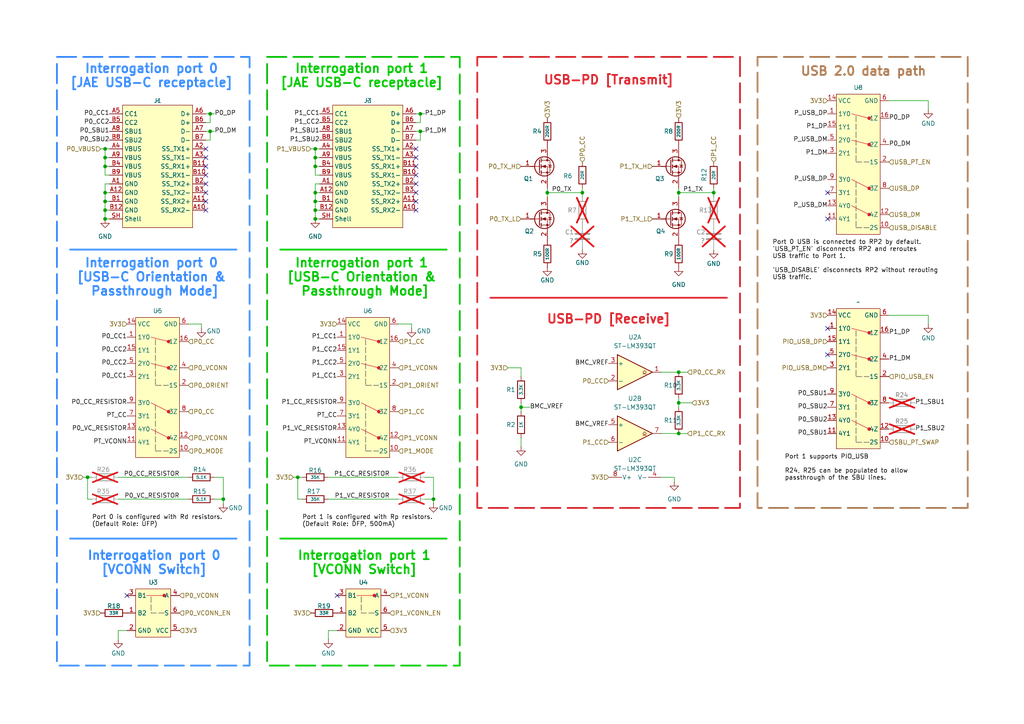
<source format=kicad_sch>
(kicad_sch (version 20231120) (generator "eeschema") (generator_version "8.0")
  (paper "A4")
  (lib_symbols
    (symbol "Device:C" (pin_numbers hide) (pin_names (offset 0.254))
      (property "Reference" "C" (at 0.635 2.54 0))
      (property "Value" "C" (at 0.635 -2.54 0))
      (symbol "C_0_1"
        (polyline (pts (xy -2.032 -0.762) (xy 2.032 -0.762)) (stroke (width 0.508)))
        (polyline (pts (xy -2.032 0.762) (xy 2.032 0.762)) (stroke (width 0.508)))
      )
      (symbol "C_1_1"
        (pin passive line (at 0 3.81 270) (length 2.794) (name "~") (number "1"))
        (pin passive line (at 0 -3.81 90) (length 2.794) (name "~") (number "2"))
      )
    )
    (symbol "Device:R" (pin_numbers hide) (pin_names (offset 0))
      (property "Reference" "R" (at 2.032 0 90))
      (property "Value" "R" (at 0 0 90))
      (symbol "R_0_1"
        (rectangle (start -1.016 -2.54) (end 1.016 2.54) (stroke (width 0.254)))
      )
      (symbol "R_1_1"
        (pin passive line (at 0 3.81 270) (length 1.27) (name "~") (number "1"))
        (pin passive line (at 0 -3.81 90) (length 1.27) (name "~") (number "2"))
      )
    )
    (symbol "picoPD_interrogator:NXP_NX3DV3899GU"
      (property "Reference" "U" (at 0 23.876 0))
      (symbol "NXP_NX3DV3899GU_1_1"
        (rectangle (start -6.35 22.225) (end 6.35 -18.415) (fill (type background)))
        (polyline (pts (xy -0.635 -16.51) (xy 3.175 -16.51)) (stroke (width 0) (type dash) (color 72 72 72 1)))
        (polyline (pts (xy -0.635 -3.175) (xy -0.635 -16.51)) (stroke (width 0) (type dash) (color 72 72 72 1)))
        (polyline (pts (xy -0.635 2.54) (xy 3.175 2.54)) (stroke (width 0) (type dash) (color 72 72 72 1)))
        (polyline (pts (xy -0.635 15.875) (xy -0.635 2.54)) (stroke (width 0) (type dash) (color 72 72 72 1)))
        (polyline (pts (xy 3.175 -12.7) (xy -1.905 -10.16)) (stroke (width 0) (color 216 33 41 1)))
        (polyline (pts (xy 3.175 -5.08) (xy -1.905 -2.54)) (stroke (width 0) (color 216 33 41 1)))
        (polyline (pts (xy 3.175 7.62) (xy -1.905 8.89)) (stroke (width 0) (color 216 33 41 1)))
        (polyline (pts (xy 3.175 15.24) (xy -1.905 16.51)) (stroke (width 0) (color 216 33 41 1)))
        (circle (center 3.175 -12.7) (radius 0.0001) (stroke (width 0.508) (color 216 33 41 1)))
        (circle (center 3.175 -5.08) (radius 0.0001) (stroke (width 0.508) (color 216 33 41 1)))
        (circle (center 3.175 7.62) (radius 0.0001) (stroke (width 0.508) (color 216 33 41 1)))
        (circle (center 3.175 15.24) (radius 0.0001) (stroke (width 0.508) (color 216 33 41 1)))
        (pin passive line (at -8.89 16.51 0) (length 2.54) (name "1Y0") (number "1"))
        (pin passive line (at 8.89 -16.51 180) (length 2.54) (name "2S") (number "10"))
        (pin passive line (at -8.89 -13.97 0) (length 2.54) (name "4Y1") (number "11"))
        (pin passive line (at 8.89 -12.7 180) (length 2.54) (name "4Z") (number "12"))
        (pin passive line (at -8.89 -10.16 0) (length 2.54) (name "4Y0") (number "13"))
        (pin passive line (at -8.89 20.32 0) (length 2.54) (name "VCC") (number "14"))
        (pin passive line (at -8.89 12.7 0) (length 2.54) (name "1Y1") (number "15"))
        (pin passive line (at 8.89 15.24 180) (length 2.54) (name "1Z") (number "16"))
        (pin passive line (at 8.89 2.54 180) (length 2.54) (name "1S") (number "2"))
        (pin passive line (at -8.89 5.08 0) (length 2.54) (name "2Y1") (number "3"))
        (pin passive line (at 8.89 7.62 180) (length 2.54) (name "2Z") (number "4"))
        (pin passive line (at -8.89 8.89 0) (length 2.54) (name "2Y0") (number "5"))
        (pin passive line (at 8.89 20.32 180) (length 2.54) (name "GND") (number "6"))
        (pin passive line (at -8.89 -6.35 0) (length 2.54) (name "3Y1") (number "7"))
        (pin passive line (at 8.89 -5.08 180) (length 2.54) (name "3Z") (number "8"))
        (pin passive line (at -8.89 -2.54 0) (length 2.54) (name "3Y0") (number "9"))
      )
    )
    (symbol "picoPD_interrogator:ST-LM393QT" (pin_names (offset 0.127))
      (property "Reference" "U" (at 3.81 3.81 0))
      (property "Value" "ST-LM393QT" (at 6.35 -3.81 0))
      (symbol "ST-LM393QT_1_1"
        (polyline (pts (xy -5.08 5.08) (xy 5.08 0) (xy -5.08 -5.08) (xy -5.08 5.08)) (stroke (width 0.254)) (fill (type background)))
        (polyline (pts (xy 3.302 -0.508) (xy 2.794 -0.508) (xy 3.302 0) (xy 2.794 0.508) (xy 2.286 0) (xy 2.794 -0.508) (xy 2.286 -0.508)) (stroke (width 0.127)))
        (pin open_collector line (at 7.62 0 180) (length 2.54) (name "~") (number "1"))
        (pin input line (at -7.62 -2.54 0) (length 2.54) (name "-") (number "2"))
        (pin input line (at -7.62 2.54 0) (length 2.54) (name "+") (number "3"))
      )
      (symbol "ST-LM393QT_2_1"
        (polyline (pts (xy -5.08 5.08) (xy 5.08 0) (xy -5.08 -5.08) (xy -5.08 5.08)) (stroke (width 0.254)) (fill (type background)))
        (polyline (pts (xy 3.302 -0.508) (xy 2.794 -0.508) (xy 3.302 0) (xy 2.794 0.508) (xy 2.286 0) (xy 2.794 -0.508) (xy 2.286 -0.508)) (stroke (width 0.127)))
        (pin input line (at -7.62 2.54 0) (length 2.54) (name "+") (number "5"))
        (pin input line (at -7.62 -2.54 0) (length 2.54) (name "-") (number "6"))
        (pin open_collector line (at 7.62 0 180) (length 2.54) (name "~") (number "7"))
      )
      (symbol "ST-LM393QT_3_1"
        (pin power_in line (at -2.54 -7.62 90) (length 3.81) (name "V-") (number "4"))
        (pin power_in line (at -2.54 7.62 270) (length 3.81) (name "V+") (number "8"))
      )
    )
    (symbol "picoPD_interrogator:TI_sn741vc1g3157-q1"
      (property "Reference" "U" (at 0 8.382 0))
      (symbol "TI_sn741vc1g3157-q1_1_1"
        (rectangle (start -5.08 6.985) (end 5.08 -6.985) (fill (type background)))
        (polyline (pts (xy 3.175 5.08) (xy -1.905 5.08)) (stroke (width 0) (color 216 33 41 1)))
        (polyline (pts (xy 3.175 0) (xy -0.635 0) (xy -0.635 5.08)) (stroke (width 0) (type dash) (color 72 72 72 1)))
        (circle (center 3.175 5.08) (radius 0.0001) (stroke (width 0.508) (color 216 33 41 1)))
        (pin input line (at -7.62 0 0) (length 2.54) (name "B2") (number "1"))
        (pin input line (at -7.62 -5.08 0) (length 2.54) (name "GND") (number "2"))
        (pin input line (at -7.62 5.08 0) (length 2.54) (name "B1") (number "3"))
        (pin input line (at 7.62 5.08 180) (length 2.54) (name "A") (number "4"))
        (pin input line (at 7.62 -5.08 180) (length 2.54) (name "VCC") (number "5"))
        (pin input line (at 7.62 0 180) (length 2.54) (name "S") (number "6"))
      )
    )
    (symbol "picoPD_interrogator:USB-C_24pSH"
      (property "Reference" "J" (at -0.254 17.78 0))
      (symbol "USB-C_24pSH_1_1"
        (rectangle (start -10.16 16.51) (end 10.16 -19.05) (fill (type background)))
        (pin passive line (at -13.97 -6.35 0) (length 3.81) (name "GND") (number "A1"))
        (pin passive line (at 13.97 -13.97 180) (length 3.81) (name "SS_RX2-") (number "A10"))
        (pin passive line (at 13.97 -11.43 180) (length 3.81) (name "SS_RX2+") (number "A11"))
        (pin passive line (at -13.97 -8.89 0) (length 3.81) (name "GND") (number "A12"))
        (pin passive line (at 13.97 3.81 180) (length 3.81) (name "SS_TX1+") (number "A2"))
        (pin passive line (at 13.97 1.27 180) (length 3.81) (name "SS_TX1-") (number "A3"))
        (pin passive line (at -13.97 3.81 0) (length 3.81) (name "VBUS") (number "A4"))
        (pin passive line (at -13.97 13.97 0) (length 3.81) (name "CC1") (number "A5"))
        (pin passive line (at 13.97 13.97 180) (length 3.81) (name "D+") (number "A6"))
        (pin passive line (at 13.97 8.89 180) (length 3.81) (name "D-") (number "A7"))
        (pin passive line (at -13.97 8.89 0) (length 3.81) (name "SBU1") (number "A8"))
        (pin passive line (at -13.97 1.27 0) (length 3.81) (name "VBUS") (number "A9"))
        (pin passive line (at -13.97 -11.43 0) (length 3.81) (name "GND") (number "B1"))
        (pin passive line (at 13.97 -3.81 180) (length 3.81) (name "SS_RX1-") (number "B10"))
        (pin passive line (at 13.97 -1.27 180) (length 3.81) (name "SS_RX1+") (number "B11"))
        (pin passive line (at -13.97 -13.97 0) (length 3.81) (name "GND") (number "B12"))
        (pin passive line (at 13.97 -6.35 180) (length 3.81) (name "SS_TX2+") (number "B2"))
        (pin passive line (at 13.97 -8.89 180) (length 3.81) (name "SS_TX2-") (number "B3"))
        (pin passive line (at -13.97 -1.27 0) (length 3.81) (name "VBUS") (number "B4"))
        (pin passive line (at -13.97 11.43 0) (length 3.81) (name "CC2") (number "B5"))
        (pin passive line (at 13.97 11.43 180) (length 3.81) (name "D+") (number "B6"))
        (pin passive line (at 13.97 6.35 180) (length 3.81) (name "D-") (number "B7"))
        (pin passive line (at -13.97 6.35 0) (length 3.81) (name "SBU2") (number "B8"))
        (pin passive line (at -13.97 -3.81 0) (length 3.81) (name "VBUS") (number "B9"))
        (pin input line (at -13.97 -16.51 0) (length 3.81) (name "Shell") (number "SH"))
      )
    )
    (symbol "picoPD_interrogator:rohm-RE1C002UN" (pin_names hide)
      (property "Reference" "Q" (at 5.08 1.905 0))
      (property "Value" "rohm-RE1C002UN" (at 5.08 0 0))
      (symbol "rohm-RE1C002UN_0_1"
        (polyline (pts (xy 0.254 0) (xy -2.54 0)))
        (polyline (pts (xy 0.254 1.905) (xy 0.254 -1.905)) (stroke (width 0.254)))
        (polyline (pts (xy 0.762 -1.27) (xy 0.762 -2.286)) (stroke (width 0.254)))
        (polyline (pts (xy 0.762 0.508) (xy 0.762 -0.508)) (stroke (width 0.254)))
        (polyline (pts (xy 0.762 2.286) (xy 0.762 1.27)) (stroke (width 0.254)))
        (polyline (pts (xy 2.54 2.54) (xy 2.54 1.778)))
        (polyline (pts (xy 2.54 -2.54) (xy 2.54 0) (xy 0.762 0)))
        (polyline (pts (xy 0.762 -1.778) (xy 3.302 -1.778) (xy 3.302 1.778) (xy 0.762 1.778)))
        (polyline (pts (xy 1.016 0) (xy 2.032 0.381) (xy 2.032 -0.381) (xy 1.016 0)) (fill (type outline)))
        (polyline (pts (xy 2.794 0.508) (xy 2.921 0.381) (xy 3.683 0.381) (xy 3.81 0.254)))
        (polyline (pts (xy 3.302 0.381) (xy 2.921 -0.254) (xy 3.683 -0.254) (xy 3.302 0.381)))
        (circle (center 1.651 0) (radius 2.794) (stroke (width 0.254)))
        (circle (center 2.54 -1.778) (radius 0.254) (fill (type outline)))
        (circle (center 2.54 1.778) (radius 0.254) (fill (type outline)))
      )
      (symbol "rohm-RE1C002UN_1_1"
        (pin input line (at -5.08 0 0) (length 3.81) (name "G") (number "1"))
        (pin passive line (at 2.54 -6.35 90) (length 3.81) (name "S") (number "2"))
        (pin passive line (at 2.54 6.35 270) (length 3.81) (name "D") (number "3"))
      )
    )
    (symbol "power:GND" (power) (pin_numbers hide) (pin_names (offset 0) hide)
      (property "Value" "GND" (at 0 -3.81 0))
      (symbol "GND_0_1"
        (polyline (pts (xy 0 0) (xy 0 -1.27) (xy 1.27 -1.27) (xy 0 -2.54) (xy -1.27 -1.27) (xy 0 -1.27)))
      )
      (symbol "GND_1_1"
        (pin power_in line (at 0 0 270) (length 0) (name "~") (number "1"))
      )
    )
  )
  (junction (at 207.01 55.88))
  (junction (at 91.44 55.88))
  (junction (at 30.48 60.96))
  (junction (at 64.77 144.78))
  (junction (at 91.44 43.18))
  (junction (at 30.48 45.72))
  (junction (at 91.44 60.96))
  (junction (at 60.96 38.1))
  (junction (at 196.85 116.84))
  (junction (at 86.36 138.43))
  (junction (at 30.48 58.42))
  (junction (at 91.44 45.72))
  (junction (at 196.85 55.88))
  (junction (at 125.73 144.78))
  (junction (at 158.75 55.88))
  (junction (at 30.48 48.26))
  (junction (at 121.92 38.1))
  (junction (at 168.91 55.88))
  (junction (at 30.48 43.18))
  (junction (at 196.85 125.73))
  (junction (at 30.48 55.88))
  (junction (at 91.44 58.42))
  (junction (at 151.13 118.11))
  (junction (at 91.44 48.26))
  (junction (at 121.92 33.02))
  (junction (at 196.85 107.95))
  (junction (at 91.44 63.5))
  (junction (at 25.4 138.43))
  (junction (at 60.96 33.02))
  (junction (at 30.48 63.5))
  (no_connect (at 36.83 172.72))
  (no_connect (at 120.65 48.26))
  (no_connect (at 59.69 45.72))
  (no_connect (at 120.65 43.18))
  (no_connect (at 120.65 55.88))
  (no_connect (at 97.79 172.72))
  (no_connect (at 59.69 48.26))
  (no_connect (at 120.65 60.96))
  (no_connect (at 59.69 55.88))
  (no_connect (at 59.69 50.8))
  (no_connect (at 59.69 60.96))
  (no_connect (at 120.65 53.34))
  (no_connect (at 120.65 58.42))
  (no_connect (at 240.03 102.87))
  (no_connect (at 240.03 55.88))
  (no_connect (at 59.69 43.18))
  (no_connect (at 240.03 63.5))
  (no_connect (at 240.03 95.25))
  (no_connect (at 120.65 45.72))
  (no_connect (at 59.69 58.42))
  (no_connect (at 120.65 50.8))
  (no_connect (at 59.69 53.34))
  (wire (pts (xy 168.91 54.61) (xy 168.91 55.88)))
  (wire (pts (xy 158.75 55.88) (xy 168.91 55.88)))
  (polyline (pts (xy 81.28 72.39) (xy 129.54 72.39)) (stroke (width 0.508) (color 0 194 0 1)))
  (wire (pts (xy 151.13 109.22) (xy 151.13 106.68)))
  (wire (pts (xy 269.24 29.21) (xy 269.24 31.75)))
  (wire (pts (xy 121.92 40.64) (xy 120.65 40.64)))
  (wire (pts (xy 64.77 144.78) (xy 64.77 146.05)))
  (wire (pts (xy 91.44 43.18) (xy 92.71 43.18)))
  (wire (pts (xy 269.24 91.44) (xy 269.24 93.98)))
  (wire (pts (xy 60.96 38.1) (xy 62.23 38.1)))
  (wire (pts (xy 207.01 55.88) (xy 207.01 57.15)))
  (wire (pts (xy 86.36 144.78) (xy 86.36 138.43)))
  (wire (pts (xy 120.65 38.1) (xy 121.92 38.1)))
  (wire (pts (xy 121.92 33.02) (xy 123.19 33.02)))
  (wire (pts (xy 64.77 138.43) (xy 64.77 144.78)))
  (wire (pts (xy 60.96 40.64) (xy 59.69 40.64)))
  (wire (pts (xy 151.13 118.11) (xy 153.67 118.11)))
  (wire (pts (xy 125.73 144.78) (xy 125.73 146.05)))
  (wire (pts (xy 91.44 45.72) (xy 92.71 45.72)))
  (wire (pts (xy 62.23 138.43) (xy 64.77 138.43)))
  (wire (pts (xy 191.77 125.73) (xy 196.85 125.73)))
  (wire (pts (xy 195.58 138.43) (xy 195.58 139.7)))
  (wire (pts (xy 158.75 55.88) (xy 158.75 57.15)))
  (wire (pts (xy 30.48 50.8) (xy 30.48 48.26)))
  (wire (pts (xy 30.48 43.18) (xy 31.75 43.18)))
  (wire (pts (xy 34.29 185.42) (xy 34.29 182.88)))
  (wire (pts (xy 191.77 138.43) (xy 195.58 138.43)))
  (wire (pts (xy 207.01 54.61) (xy 207.01 55.88)))
  (wire (pts (xy 121.92 38.1) (xy 121.92 40.64)))
  (wire (pts (xy 91.44 45.72) (xy 91.44 43.18)))
  (wire (pts (xy 91.44 58.42) (xy 92.71 58.42)))
  (wire (pts (xy 91.44 53.34) (xy 91.44 55.88)))
  (wire (pts (xy 60.96 35.56) (xy 60.96 33.02)))
  (wire (pts (xy 196.85 125.73) (xy 199.39 125.73)))
  (wire (pts (xy 196.85 116.84) (xy 196.85 118.11)))
  (wire (pts (xy 196.85 107.95) (xy 199.39 107.95)))
  (wire (pts (xy 25.4 144.78) (xy 25.4 138.43)))
  (wire (pts (xy 60.96 33.02) (xy 59.69 33.02)))
  (wire (pts (xy 196.85 115.57) (xy 196.85 116.84)))
  (wire (pts (xy 26.67 144.78) (xy 25.4 144.78)))
  (wire (pts (xy 191.77 107.95) (xy 196.85 107.95)))
  (wire (pts (xy 30.48 48.26) (xy 31.75 48.26)))
  (wire (pts (xy 31.75 53.34) (xy 30.48 53.34)))
  (wire (pts (xy 196.85 55.88) (xy 196.85 57.15)))
  (wire (pts (xy 125.73 138.43) (xy 125.73 144.78)))
  (wire (pts (xy 119.38 93.98) (xy 119.38 95.25)))
  (wire (pts (xy 30.48 55.88) (xy 30.48 58.42)))
  (wire (pts (xy 30.48 60.96) (xy 31.75 60.96)))
  (wire (pts (xy 158.75 54.61) (xy 158.75 55.88)))
  (wire (pts (xy 91.44 55.88) (xy 92.71 55.88)))
  (wire (pts (xy 60.96 33.02) (xy 62.23 33.02)))
  (wire (pts (xy 30.48 63.5) (xy 31.75 63.5)))
  (wire (pts (xy 121.92 35.56) (xy 121.92 33.02)))
  (wire (pts (xy 30.48 48.26) (xy 30.48 45.72)))
  (wire (pts (xy 54.61 93.98) (xy 58.42 93.98)))
  (wire (pts (xy 95.25 185.42) (xy 95.25 182.88)))
  (wire (pts (xy 151.13 127) (xy 151.13 129.54)))
  (wire (pts (xy 196.85 116.84) (xy 200.66 116.84)))
  (wire (pts (xy 60.96 38.1) (xy 60.96 40.64)))
  (wire (pts (xy 90.17 43.18) (xy 91.44 43.18)))
  (wire (pts (xy 34.29 138.43) (xy 54.61 138.43)))
  (wire (pts (xy 34.29 182.88) (xy 36.83 182.88)))
  (polyline (pts (xy 20.32 72.39) (xy 68.58 72.39)) (stroke (width 0.508) (color 52 135 255 1)))
  (wire (pts (xy 91.44 60.96) (xy 91.44 63.5)))
  (wire (pts (xy 29.21 43.18) (xy 30.48 43.18)))
  (wire (pts (xy 30.48 58.42) (xy 31.75 58.42)))
  (wire (pts (xy 87.63 144.78) (xy 86.36 144.78)))
  (wire (pts (xy 30.48 55.88) (xy 31.75 55.88)))
  (wire (pts (xy 95.25 138.43) (xy 115.57 138.43)))
  (wire (pts (xy 257.81 29.21) (xy 269.24 29.21)))
  (wire (pts (xy 91.44 60.96) (xy 92.71 60.96)))
  (wire (pts (xy 91.44 63.5) (xy 92.71 63.5)))
  (wire (pts (xy 147.32 106.68) (xy 151.13 106.68)))
  (wire (pts (xy 62.23 144.78) (xy 64.77 144.78)))
  (wire (pts (xy 30.48 60.96) (xy 30.48 63.5)))
  (wire (pts (xy 30.48 53.34) (xy 30.48 55.88)))
  (wire (pts (xy 121.92 33.02) (xy 120.65 33.02)))
  (wire (pts (xy 34.29 144.78) (xy 54.61 144.78)))
  (wire (pts (xy 30.48 45.72) (xy 31.75 45.72)))
  (wire (pts (xy 91.44 48.26) (xy 92.71 48.26)))
  (wire (pts (xy 24.13 138.43) (xy 25.4 138.43)))
  (wire (pts (xy 31.75 50.8) (xy 30.48 50.8)))
  (wire (pts (xy 91.44 58.42) (xy 91.44 60.96)))
  (wire (pts (xy 151.13 116.84) (xy 151.13 118.11)))
  (wire (pts (xy 59.69 38.1) (xy 60.96 38.1)))
  (wire (pts (xy 92.71 53.34) (xy 91.44 53.34)))
  (wire (pts (xy 85.09 138.43) (xy 86.36 138.43)))
  (wire (pts (xy 95.25 182.88) (xy 97.79 182.88)))
  (wire (pts (xy 91.44 55.88) (xy 91.44 58.42)))
  (wire (pts (xy 120.65 35.56) (xy 121.92 35.56)))
  (wire (pts (xy 95.25 144.78) (xy 115.57 144.78)))
  (polyline (pts (xy 142.24 86.36) (xy 210.82 86.36)) (stroke (width 0.508) (color 216 33 41 1)))
  (wire (pts (xy 30.48 58.42) (xy 30.48 60.96)))
  (wire (pts (xy 86.36 138.43) (xy 87.63 138.43)))
  (wire (pts (xy 168.91 55.88) (xy 168.91 57.15)))
  (wire (pts (xy 196.85 54.61) (xy 196.85 55.88)))
  (wire (pts (xy 115.57 93.98) (xy 119.38 93.98)))
  (wire (pts (xy 30.48 45.72) (xy 30.48 43.18)))
  (wire (pts (xy 25.4 138.43) (xy 26.67 138.43)))
  (wire (pts (xy 58.42 93.98) (xy 58.42 95.25)))
  (wire (pts (xy 121.92 38.1) (xy 123.19 38.1)))
  (wire (pts (xy 59.69 35.56) (xy 60.96 35.56)))
  (polyline (pts (xy 20.32 156.21) (xy 68.58 156.21)) (stroke (width 0.508) (color 52 135 255 1)))
  (wire (pts (xy 196.85 55.88) (xy 207.01 55.88)))
  (wire (pts (xy 92.71 50.8) (xy 91.44 50.8)))
  (wire (pts (xy 123.19 138.43) (xy 125.73 138.43)))
  (wire (pts (xy 257.81 91.44) (xy 269.24 91.44)))
  (wire (pts (xy 123.19 144.78) (xy 125.73 144.78)))
  (wire (pts (xy 91.44 50.8) (xy 91.44 48.26)))
  (polyline (pts (xy 81.28 156.21) (xy 129.54 156.21)) (stroke (width 0.508) (color 0 194 0 1)))
  (wire (pts (xy 151.13 118.11) (xy 151.13 119.38)))
  (wire (pts (xy 91.44 48.26) (xy 91.44 45.72)))
  (rectangle (start 77.47 16.51) (end 133.35 193.04) (stroke (width 0.508) (type dash) (color 0 194 0 1)))
  (rectangle (start 219.71 16.51) (end 280.67 147.32) (stroke (width 0.508) (type dash) (color 171 121 80 1)))
  (rectangle (start 138.43 16.51) (end 214.63 147.32) (stroke (width 0.508) (type dash) (color 216 33 41 1)))
  (rectangle (start 16.51 16.51) (end 72.39 193.04) (stroke (width 0.508) (type dash) (color 52 135 255 1)))
  (text "Port 1 is configured with Rp resistors.\n(Default Role: DFP, 500mA)" (at 87.63 151.13 0) (effects (font (size 1.27 1.27)) (justify left)))
  (text "USB 2.0 data path" (at 250.444 20.828 0) (effects (font (size 2.54 2.54) (thickness 0.508) (bold yes))))
  (text "Port 1 supports PIO_USB\n\nR24, R25 can be populated to allow\npassthrough of the SBU lines." (at 227.584 135.636 0) (effects (font (size 1.27 1.27)) (justify left)))
  (text "Port 0 is configured with Rd resistors.\n(Default Role: UFP)" (at 26.67 151.13 0) (effects (font (size 1.27 1.27)) (justify left)))
  (text "USB-PD [Receive]" (at 176.53 92.71 0) (effects (font (size 2.54 2.54) (thickness 0.508) (bold yes))))
  (text "Interrogation port 0\n[USB-C Orientation &\n Passthrough Mode]" (at 43.942 80.518 0) (effects (font (size 2.54 2.54) (thickness 0.508) (bold yes))))
  (text "Interrogation port 1\n[VCONN Switch]" (at 105.664 163.322 0) (effects (font (size 2.54 2.54) (thickness 0.508) (bold yes))))
  (text "Interrogation port 0\n[VCONN Switch]" (at 44.704 163.322 0) (effects (font (size 2.54 2.54) (thickness 0.508) (bold yes))))
  (text "USB-PD [Transmit]" (at 176.53 23.368 0) (effects (font (size 2.54 2.54) (thickness 0.508) (bold yes))))
  (text "Interrogation port 0\n[JAE USB-C receptacle]" (at 43.942 22.098 0) (effects (font (size 2.54 2.54) (thickness 0.508) (bold yes))))
  (text "Port 0 USB is connected to RP2 by default.\n'USB_PT_EN' disconnects RP2 and reroutes \nUSB traffic to Port 1. \n\n'USB_DISABLE' disconnects RP2 without rerouting \nUSB traffic." (at 224.028 75.438 0) (effects (font (size 1.27 1.27)) (justify left)))
  (text "Interrogation port 1\n[JAE USB-C receptacle]" (at 104.902 22.098 0) (effects (font (size 2.54 2.54) (thickness 0.508) (bold yes))))
  (text "Interrogation port 1\n[USB-C Orientation &\n Passthrough Mode]" (at 104.902 80.518 0) (effects (font (size 2.54 2.54) (thickness 0.508) (bold yes))))
  (label "P0_DM" (at 62.23 38.1 0))
  (label "P1_SBU1" (at 92.71 38.1 180))
  (label "P0_SBU1" (at 31.75 38.1 180))
  (label "P0_DP" (at 257.81 34.29 0))
  (label "P1_SBU1" (at 265.43 116.84 0))
  (label "P1_CC1" (at 97.79 109.22 180))
  (label "P0_CC2" (at 36.83 105.41 180))
  (label "P0_CC2" (at 36.83 101.6 180))
  (label "P0_CC2" (at 31.75 35.56 180))
  (label "P1_CC1" (at 92.71 33.02 180))
  (label "BMC_VREF" (at 153.67 118.11 0))
  (label "P0_VC_RESISTOR" (at 36.83 124.46 180))
  (label "PT_VCONN" (at 97.79 128.27 180))
  (label "BMC_VREF" (at 176.53 105.41 180))
  (label "P1_VC_RESISTOR" (at 113.03 144.78 180))
  (label "P0_CC_RESISTOR" (at 52.07 138.43 180))
  (label "P1_CC2" (at 97.79 101.6 180))
  (label "P1_CC_RESISTOR" (at 113.03 138.43 180))
  (label "PT_CC" (at 97.79 120.65 180))
  (label "BMC_VREF" (at 176.53 123.19 180))
  (label "P0_CC1" (at 36.83 97.79 180))
  (label "P1_DP" (at 123.19 33.02 0))
  (label "P_USB_DM" (at 240.03 59.69 180))
  (label "P1_CC_RESISTOR" (at 97.79 116.84 180))
  (label "P0_SBU2" (at 240.03 118.11 180))
  (label "P0_DM" (at 257.81 41.91 0))
  (label "P1_CC2" (at 92.71 35.56 180))
  (label "P1_CC1" (at 97.79 97.79 180))
  (label "PT_VCONN" (at 36.83 128.27 180))
  (label "P1_SBU2" (at 265.43 124.46 0))
  (label "P0_VC_RESISTOR" (at 52.07 144.78 180))
  (label "P0_TX" (at 160.02 55.88 0))
  (label "P0_SBU2" (at 240.03 121.92 180))
  (label "P0_DP" (at 62.23 33.02 0))
  (label "P1_DM" (at 240.03 44.45 180))
  (label "P0_SBU1" (at 240.03 114.3 180))
  (label "PT_CC" (at 36.83 120.65 180))
  (label "P_USB_DP" (at 240.03 52.07 180))
  (label "P_USB_DM" (at 240.03 40.64 180))
  (label "P0_CC1" (at 31.75 33.02 180))
  (label "P1_SBU2" (at 92.71 40.64 180))
  (label "P_USB_DP" (at 240.03 33.02 180))
  (label "P0_SBU1" (at 240.03 125.73 180))
  (label "P0_CC1" (at 36.83 109.22 180))
  (label "P1_DP" (at 257.81 96.52 0))
  (label "P1_TX" (at 198.12 55.88 0))
  (label "P1_DM" (at 123.19 38.1 0))
  (label "P1_DP" (at 240.03 36.83 180))
  (label "P1_DM" (at 257.81 104.14 0))
  (label "P0_SBU2" (at 31.75 40.64 180))
  (label "P1_CC2" (at 97.79 105.41 180))
  (label "P0_CC_RESISTOR" (at 36.83 116.84 180))
  (label "P1_VC_RESISTOR" (at 97.79 124.46 180))
  (hierarchical_label "3V3" (shape input) (at 147.32 106.68 180))
  (hierarchical_label "P0_VCONN" (shape input) (at 52.07 172.72 0))
  (hierarchical_label "P1_ORIENT" (shape input) (at 115.57 111.76 0))
  (hierarchical_label "P1_CC" (shape input) (at 207.01 46.99 90))
  (hierarchical_label "P0_CC_RX" (shape input) (at 199.39 107.95 0))
  (hierarchical_label "P1_CC_RX" (shape input) (at 199.39 125.73 0))
  (hierarchical_label "P1_MODE" (shape input) (at 115.57 130.81 0))
  (hierarchical_label "3V3" (shape input) (at 52.07 182.88 0))
  (hierarchical_label "3V3" (shape input) (at 240.03 29.21 180))
  (hierarchical_label "USB_DP" (shape input) (at 257.81 54.61 0))
  (hierarchical_label "3V3" (shape input) (at 158.75 34.29 90))
  (hierarchical_label "P0_CC" (shape input) (at 176.53 110.49 180))
  (hierarchical_label "P1_VCONN" (shape input) (at 115.57 106.68 0))
  (hierarchical_label "P1_VCONN" (shape input) (at 115.57 127 0))
  (hierarchical_label "P1_VBUS" (shape input) (at 90.17 43.18 180))
  (hierarchical_label "PIO_USB_DP" (shape input) (at 240.03 99.06 180))
  (hierarchical_label "USB_PT_EN" (shape input) (at 257.81 46.99 0))
  (hierarchical_label "P1_TX_H" (shape input) (at 189.23 48.26 180))
  (hierarchical_label "3V3" (shape input) (at 97.79 93.98 180))
  (hierarchical_label "3V3" (shape input) (at 85.09 138.43 180))
  (hierarchical_label "P1_VCONN" (shape input) (at 113.03 172.72 0))
  (hierarchical_label "P0_VCONN_EN" (shape input) (at 52.07 177.8 0))
  (hierarchical_label "3V3" (shape input) (at 196.85 34.29 90))
  (hierarchical_label "3V3" (shape input) (at 200.66 116.84 0))
  (hierarchical_label "3V3" (shape input) (at 36.83 93.98 180))
  (hierarchical_label "P0_CC" (shape input) (at 54.61 99.06 0))
  (hierarchical_label "USB_DISABLE" (shape input) (at 257.81 66.04 0))
  (hierarchical_label "P1_CC" (shape input) (at 115.57 119.38 0))
  (hierarchical_label "PIO_USB_EN" (shape input) (at 257.81 109.22 0))
  (hierarchical_label "P0_VCONN" (shape input) (at 54.61 106.68 0))
  (hierarchical_label "P0_VCONN" (shape input) (at 54.61 127 0))
  (hierarchical_label "P0_ORIENT" (shape input) (at 54.61 111.76 0))
  (hierarchical_label "3V3" (shape input) (at 113.03 182.88 0))
  (hierarchical_label "P1_CC" (shape input) (at 176.53 128.27 180))
  (hierarchical_label "SBU_PT_SWAP" (shape input) (at 257.81 128.27 0))
  (hierarchical_label "P1_TX_L" (shape input) (at 189.23 63.5 180))
  (hierarchical_label "3V3" (shape input) (at 90.17 177.8 180))
  (hierarchical_label "P1_VCONN_EN" (shape input) (at 113.03 177.8 0))
  (hierarchical_label "PIO_USB_DM" (shape input) (at 240.03 106.68 180))
  (hierarchical_label "P0_CC" (shape input) (at 168.91 46.99 90))
  (hierarchical_label "P0_TX_H" (shape input) (at 151.13 48.26 180))
  (hierarchical_label "P0_CC" (shape input) (at 54.61 119.38 0))
  (hierarchical_label "P0_VBUS" (shape input) (at 29.21 43.18 180))
  (hierarchical_label "P1_CC" (shape input) (at 115.57 99.06 0))
  (hierarchical_label "3V3" (shape input) (at 29.21 177.8 180))
  (hierarchical_label "3V3" (shape input) (at 240.03 91.44 180))
  (hierarchical_label "3V3" (shape input) (at 24.13 138.43 180))
  (hierarchical_label "3V3" (shape input) (at 176.53 138.43 180))
  (hierarchical_label "USB_DM" (shape input) (at 257.81 62.23 0))
  (hierarchical_label "P0_MODE" (shape input) (at 54.61 130.81 0))
  (hierarchical_label "P0_TX_L" (shape input) (at 151.13 63.5 180))
  (symbol (lib_id "power:GND") (at 30.48 63.5 0) (unit 1)
    (property "Reference" "#PWR010" (effects (hide yes)))
    (property "Value" "GND" (at 30.48 68.58 0))
    (property "Description" "Power symbol creates a global label with name \"GND\" , ground" (effects (hide yes)))
  )
  (symbol (lib_id "picoPD_interrogator:USB-C_24pSH") (at 45.72 46.99 0) (unit 1)
    (property "Reference" "J1" (at 45.72 29.21 0))
    (property "Value" "~" (at 45.72 29.21 0))
    (property "Footprint" "picoPD_interrogator:JAE_DX07BN24JA2R1300" (effects (hide yes)))
  )
  (symbol (lib_id "Device:R") (at 207.01 60.96 180) (unit 1) (in_bom no) (dnp yes)
    (property "Reference" "R13" (at 202.692 60.96 0) (effects (justify right)))
    (property "Value" "?" (at 207.01 60.96 90) (effects (font (size 0.889 0.889))))
    (property "Footprint" "Resistor_SMD:R_0201_0603Metric" (effects (hide yes)))
    (property "Description" "Resistor" (effects (hide yes)))
  )
  (symbol (lib_id "Device:R") (at 158.75 73.66 0) (unit 1)
    (property "Reference" "R5" (at 157.226 73.66 0) (effects (justify right)))
    (property "Value" "100R" (at 158.75 73.66 90) (effects (font (size 0.889 0.889))))
    (property "Footprint" "Resistor_SMD:R_0201_0603Metric" (effects (hide yes)))
    (property "Description" "RES SMD 100 OHM 1% 1/20W 0201" (effects (hide yes)))
    (property "Manufacturer PN" "ERJ-1GNF1000C" (effects (hide yes)))
  )
  (symbol (lib_id "power:GND") (at 151.13 129.54 0) (unit 1)
    (property "Reference" "#PWR01" (effects (hide yes)))
    (property "Value" "GND" (at 151.13 134.62 0))
    (property "Description" "Power symbol creates a global label with name \"GND\" , ground" (effects (hide yes)))
  )
  (symbol (lib_id "Device:R") (at 30.48 138.43 270) (unit 1) (in_bom no) (dnp yes)
    (property "Reference" "R26" (at 29.972 136.906 90) (effects (justify bottom)))
    (property "Value" "35K" (at 30.48 138.43 90) (effects (font (size 0.889 0.889))))
    (property "Footprint" "Resistor_SMD:R_0201_0603Metric" (effects (hide yes)))
    (property "Description" "RES SMD 5.1K OHM 1% 1/20W 0201" (effects (hide yes)))
    (property "Manufacturer PN" "ERJ-1GNF5101C" (effects (hide yes)))
  )
  (symbol (lib_id "Device:R") (at 33.02 177.8 270) (unit 1)
    (property "Reference" "R18" (at 33.02 175.768 90))
    (property "Value" "33R" (at 33.02 177.8 90) (effects (font (size 0.889 0.889))))
    (property "Footprint" "Resistor_SMD:R_0201_0603Metric" (effects (hide yes)))
    (property "Description" "RES SMD 33 OHM 1% 1/20W 0201" (effects (hide yes)))
    (property "Manufacturer PN" "ERJ-1GNF33R0C" (effects (hide yes)))
  )
  (symbol (lib_id "picoPD_interrogator:NXP_NX3DV3899GU") (at 248.92 111.76 0) (unit 1)
    (property "Reference" "U9" (effects (hide yes)))
    (property "Value" "~" (at 248.92 87.63 0))
    (property "Footprint" "picoPD_interrogator:NXP_NX3DV3899GU" (effects (hide yes)))
    (property "Datasheet" "https://www.nxp.com/docs/en/data-sheet/NX3DV3899.pdf" (effects (hide yes)))
    (property "Description" "IC SWITCH DPDT X 2 3.3OHM 16XQFN" (effects (hide yes)))
    (property "Manufacturer PN" "NX3DV3899GU,115" (effects (hide yes)))
  )
  (symbol (lib_id "power:GND") (at 34.29 185.42 0) (unit 1)
    (property "Reference" "#PWR019" (effects (hide yes)))
    (property "Value" "GND" (at 34.29 189.484 0))
    (property "Description" "Power symbol creates a global label with name \"GND\" , ground" (effects (hide yes)))
  )
  (symbol (lib_id "Device:C") (at 168.91 68.58 0) (unit 1) (in_bom no) (dnp yes)
    (property "Reference" "C1" (at 163.83 67.31 0) (effects (justify left)))
    (property "Value" "?" (at 165.1 69.85 0) (effects (justify left)))
    (property "Footprint" "Capacitor_SMD:C_0201_0603Metric" (effects (hide yes)))
    (property "Description" "Unpolarized capacitor" (effects (hide yes)))
  )
  (symbol (lib_id "picoPD_interrogator:NXP_NX3DV3899GU") (at 106.68 114.3 0) (unit 1)
    (property "Reference" "U6" (at 106.68 90.17 0))
    (property "Value" "~" (at 106.68 90.17 0))
    (property "Footprint" "picoPD_interrogator:NXP_NX3DV3899GU" (effects (hide yes)))
    (property "Datasheet" "https://www.nxp.com/docs/en/data-sheet/NX3DV3899.pdf" (effects (hide yes)))
    (property "Description" "IC SWITCH DPDT X 2 3.3OHM 16XQFN" (effects (hide yes)))
    (property "Manufacturer PN" "NX3DV3899GU,115" (effects (hide yes)))
  )
  (symbol (lib_id "power:GND") (at 168.91 72.39 0) (unit 1)
    (property "Reference" "#PWR05" (effects (hide yes)))
    (property "Value" "GND" (at 168.91 76.2 0))
    (property "Description" "Power symbol creates a global label with name \"GND\" , ground" (effects (hide yes)))
  )
  (symbol (lib_id "picoPD_interrogator:USB-C_24pSH") (at 106.68 46.99 0) (unit 1)
    (property "Reference" "J3" (at 106.68 29.21 0))
    (property "Value" "~" (at 106.68 29.21 0))
    (property "Footprint" "picoPD_interrogator:JAE_DX07BN24JA2R1300" (effects (hide yes)))
  )
  (symbol (lib_id "power:GND") (at 91.44 63.5 0) (unit 1)
    (property "Reference" "#PWR021" (effects (hide yes)))
    (property "Value" "GND" (at 91.44 68.58 0))
    (property "Description" "Power symbol creates a global label with name \"GND\" , ground" (effects (hide yes)))
  )
  (symbol (lib_id "picoPD_interrogator:ST-LM393QT") (at 184.15 125.73 0) (unit 2)
    (property "Reference" "U2" (at 184.15 115.57 0))
    (property "Value" "ST-LM393QT" (at 184.15 118.11 0))
    (property "Footprint" "picoPD_interrogator:DFN-8_2x2mm_P0.5mm_ST" (effects (hide yes)))
    (property "Datasheet" "https://www.st.com/content/ccc/resource/technical/document/datasheet/group1/b4/cc/cf/13/18/28/44/f5/CD00000465/files/CD00000465.pdf/jcr:content/translations/en.CD00000465.pdf" (effects (hide yes)))
    (property "Description" "Low-Power, Low-Offset Voltage, Dual Comparators, DIP-8/SOIC-8/TO-99-8" (effects (hide yes)))
    (property "Description 2" "IC COMPARATOR 2 GEN PUR 8UFSON" (effects (hide yes)))
    (property "Manufacturer PN" "LM393QT" (effects (hide yes)))
  )
  (symbol (lib_id "Device:R") (at 196.85 121.92 180) (unit 1)
    (property "Reference" "R11" (at 192.532 121.92 0) (effects (justify right)))
    (property "Value" "3.3K" (at 196.85 121.92 90) (effects (font (size 0.889 0.889))))
    (property "Footprint" "Resistor_SMD:R_0201_0603Metric" (effects (hide yes)))
    (property "Description" "RES SMD 3.3K OHM 1% 1/20W 0201" (effects (hide yes)))
    (property "Manufacturer PN" "ERJ-1GNF3301C" (effects (hide yes)))
  )
  (symbol (lib_id "Device:R") (at 91.44 138.43 270) (unit 1)
    (property "Reference" "R16" (at 91.44 137.16 90) (effects (justify bottom)))
    (property "Value" "35K" (at 91.44 138.43 90) (effects (font (size 0.889 0.889))))
    (property "Footprint" "Resistor_SMD:R_0201_0603Metric" (effects (hide yes)))
    (property "Description" "RES SMD 4.7K OHM 1% 1/20W 0201" (effects (hide yes)))
    (property "Manufacturer PN" "ERJ-1GNF4701C" (effects (hide yes)))
  )
  (symbol (lib_id "Device:R") (at 196.85 73.66 0) (unit 1)
    (property "Reference" "R9" (at 195.326 73.66 0) (effects (justify right)))
    (property "Value" "100R" (at 196.85 73.66 90) (effects (font (size 0.889 0.889))))
    (property "Footprint" "Resistor_SMD:R_0201_0603Metric" (effects (hide yes)))
    (property "Description" "RES SMD 100 OHM 1% 1/20W 0201" (effects (hide yes)))
    (property "Manufacturer PN" "ERJ-1GNF1000C" (effects (hide yes)))
  )
  (symbol (lib_id "picoPD_interrogator:NXP_NX3DV3899GU") (at 248.92 49.53 0) (unit 1)
    (property "Reference" "U8" (at 248.92 25.4 0))
    (property "Value" "~" (at 248.92 25.4 0))
    (property "Footprint" "picoPD_interrogator:NXP_NX3DV3899GU" (effects (hide yes)))
    (property "Datasheet" "https://www.nxp.com/docs/en/data-sheet/NX3DV3899.pdf" (effects (hide yes)))
    (property "Description" "IC SWITCH DPDT X 2 3.3OHM 16XQFN" (effects (hide yes)))
    (property "Manufacturer PN" "NX3DV3899GU,115" (effects (hide yes)))
  )
  (symbol (lib_id "Device:C") (at 207.01 68.58 0) (unit 1) (in_bom no) (dnp yes)
    (property "Reference" "C2" (at 201.93 67.31 0) (effects (justify left)))
    (property "Value" "?" (at 203.2 69.85 0) (effects (justify left)))
    (property "Footprint" "Capacitor_SMD:C_0201_0603Metric" (effects (hide yes)))
    (property "Description" "Unpolarized capacitor" (effects (hide yes)))
  )
  (symbol (lib_id "power:GND") (at 207.01 72.39 0) (unit 1)
    (property "Reference" "#PWR09" (effects (hide yes)))
    (property "Value" "GND" (at 207.01 76.454 0))
    (property "Description" "Power symbol creates a global label with name \"GND\" , ground" (effects (hide yes)))
  )
  (symbol (lib_id "power:GND") (at 64.77 146.05 0) (unit 1)
    (property "Reference" "#PWR02" (effects (hide yes)))
    (property "Value" "GND" (at 68.326 147.32 0))
    (property "Description" "Power symbol creates a global label with name \"GND\" , ground" (effects (hide yes)))
  )
  (symbol (lib_id "power:GND") (at 95.25 185.42 0) (unit 1)
    (property "Reference" "#PWR022" (effects (hide yes)))
    (property "Value" "GND" (at 95.25 189.484 0))
    (property "Description" "Power symbol creates a global label with name \"GND\" , ground" (effects (hide yes)))
  )
  (symbol (lib_id "Device:R") (at 158.75 38.1 180) (unit 1)
    (property "Reference" "R4" (at 154.432 38.1 0) (effects (justify right)))
    (property "Value" "200R" (at 158.75 38.1 90) (effects (font (size 0.889 0.889))))
    (property "Footprint" "Resistor_SMD:R_0201_0603Metric" (effects (hide yes)))
    (property "Description" "RES SMD 200 OHM 1% 1/20W 0201" (effects (hide yes)))
    (property "Manufacturer PN" "ERJ-1GNF2000C" (effects (hide yes)))
  )
  (symbol (lib_id "power:GND") (at 158.75 77.47 0) (unit 1)
    (property "Reference" "#PWR04" (effects (hide yes)))
    (property "Value" "GND" (at 158.75 81.28 0))
    (property "Description" "Power symbol creates a global label with name \"GND\" , ground" (effects (hide yes)))
  )
  (symbol (lib_id "Device:R") (at 196.85 111.76 180) (unit 1)
    (property "Reference" "R10" (at 192.532 111.76 0) (effects (justify right)))
    (property "Value" "3.3K" (at 196.85 111.76 90) (effects (font (size 0.889 0.889))))
    (property "Footprint" "Resistor_SMD:R_0201_0603Metric" (effects (hide yes)))
    (property "Description" "RES SMD 3.3K OHM 1% 1/20W 0201" (effects (hide yes)))
    (property "Manufacturer PN" "ERJ-1GNF3301C" (effects (hide yes)))
  )
  (symbol (lib_id "power:GND") (at 196.85 77.47 0) (unit 1)
    (property "Reference" "#PWR06" (effects (hide yes)))
    (property "Value" "GND" (at 196.85 82.55 0))
    (property "Description" "Power symbol creates a global label with name \"GND\" , ground" (effects (hide yes)))
  )
  (symbol (lib_id "Device:R") (at 151.13 113.03 180) (unit 1)
    (property "Reference" "R1" (at 146.812 113.03 0) (effects (justify right)))
    (property "Value" "3.3K" (at 151.13 113.03 90) (effects (font (size 0.889 0.889))))
    (property "Footprint" "Resistor_SMD:R_0201_0603Metric" (effects (hide yes)))
    (property "Description" "RES SMD 3.3K OHM 1% 1/20W 0201" (effects (hide yes)))
    (property "Manufacturer PN" "ERJ-1GNF3301C" (effects (hide yes)))
  )
  (symbol (lib_id "picoPD_interrogator:rohm-RE1C002UN") (at 194.31 48.26 0) (unit 1)
    (property "Reference" "Q3" (at 189.992 51.816 0) (effects (justify left)))
    (property "Value" "rohm-RE1C002UN" (effects (hide yes)))
    (property "Footprint" "Package_TO_SOT_SMD:SOT-416" (effects (hide yes)))
    (property "Datasheet" "https://fscdn.rohm.com/en/products/databook/datasheet/discrete/transistor/mosfet/re1c002untcl-e.pdf" (effects (hide yes)))
    (property "Description" "200ma, 20V Vds, N-Channel MOSFET, EMT3F (SOT-416FL)" (effects (hide yes)))
  )
  (symbol (lib_id "Device:R") (at 168.91 50.8 180) (unit 1)
    (property "Reference" "R6" (at 163.322 51.054 0) (effects (justify right)))
    (property "Value" "20R" (at 168.91 50.8 90) (effects (font (size 0.889 0.889))))
    (property "Footprint" "Resistor_SMD:R_0201_0603Metric" (effects (hide yes)))
    (property "Description" "RES SMD 20 OHM 1% 1/20W 0201" (effects (hide yes)))
    (property "Manufacturer PN" "ERJ-1GNF20R0C" (effects (hide yes)))
  )
  (symbol (lib_id "picoPD_interrogator:rohm-RE1C002UN") (at 156.21 48.26 0) (unit 1)
    (property "Reference" "Q1" (at 151.892 51.816 0) (effects (justify left)))
    (property "Value" "rohm-RE1C002UN" (effects (hide yes)))
    (property "Footprint" "Package_TO_SOT_SMD:SOT-416" (effects (hide yes)))
    (property "Datasheet" "https://fscdn.rohm.com/en/products/databook/datasheet/discrete/transistor/mosfet/re1c002untcl-e.pdf" (effects (hide yes)))
    (property "Description" "200ma, 20V Vds, N-Channel MOSFET, EMT3F (SOT-416FL)" (effects (hide yes)))
  )
  (symbol (lib_id "Device:R") (at 261.62 124.46 90) (unit 1) (in_bom no) (dnp yes)
    (property "Reference" "R25" (at 259.588 122.174 90) (effects (justify right)))
    (property "Value" "0R" (at 261.62 124.46 90) (effects (font (size 0.889 0.889))))
    (property "Footprint" "Resistor_SMD:R_0201_0603Metric" (effects (hide yes)))
    (property "Description" "RES SMD 20 OHM 1% 1/20W 0201" (effects (hide yes)))
    (property "Manufacturer PN" "ERJ-1GNF20R0C" (effects (hide yes)))
  )
  (symbol (lib_id "Device:R") (at 93.98 177.8 270) (unit 1)
    (property "Reference" "R19" (at 93.98 175.768 90))
    (property "Value" "33R" (at 93.98 177.8 90) (effects (font (size 0.889 0.889))))
    (property "Footprint" "Resistor_SMD:R_0201_0603Metric" (effects (hide yes)))
    (property "Description" "RES SMD 33 OHM 1% 1/20W 0201" (effects (hide yes)))
    (property "Manufacturer PN" "ERJ-1GNF33R0C" (effects (hide yes)))
  )
  (symbol (lib_id "Device:R") (at 207.01 50.8 0) (unit 1)
    (property "Reference" "R12" (at 204.216 48.768 90) (effects (justify right)))
    (property "Value" "20R" (at 207.01 50.8 90) (effects (font (size 0.889 0.889))))
    (property "Footprint" "Resistor_SMD:R_0201_0603Metric" (effects (hide yes)))
    (property "Description" "RES SMD 20 OHM 1% 1/20W 0201" (effects (hide yes)))
    (property "Manufacturer PN" "ERJ-1GNF20R0C" (effects (hide yes)))
  )
  (symbol (lib_id "Device:R") (at 91.44 144.78 270) (unit 1)
    (property "Reference" "R17" (at 90.932 143.256 90) (effects (justify bottom)))
    (property "Value" "35K" (at 91.44 144.78 90) (effects (font (size 0.889 0.889))))
    (property "Footprint" "Resistor_SMD:R_0201_0603Metric" (effects (hide yes)))
    (property "Description" "RES SMD 4.7K OHM 1% 1/20W 0201" (effects (hide yes)))
    (property "Manufacturer PN" "ERJ-1GNF4701C" (effects (hide yes)))
  )
  (symbol (lib_id "Device:R") (at 261.62 116.84 90) (unit 1) (in_bom no) (dnp yes)
    (property "Reference" "R24" (at 259.588 114.554 90) (effects (justify right)))
    (property "Value" "0R" (at 261.62 116.84 90) (effects (font (size 0.889 0.889))))
    (property "Footprint" "Resistor_SMD:R_0201_0603Metric" (effects (hide yes)))
    (property "Description" "RES SMD 20 OHM 1% 1/20W 0201" (effects (hide yes)))
    (property "Manufacturer PN" "ERJ-1GNF20R0C" (effects (hide yes)))
  )
  (symbol (lib_id "Device:R") (at 119.38 138.43 270) (unit 1) (in_bom no) (dnp yes)
    (property "Reference" "R36" (at 118.872 136.906 90) (effects (justify bottom)))
    (property "Value" "5.1K" (at 119.38 138.43 90) (effects (font (size 0.889 0.889))))
    (property "Footprint" "Resistor_SMD:R_0201_0603Metric" (effects (hide yes)))
    (property "Description" "RES SMD 5.1K OHM 1% 1/20W 0201" (effects (hide yes)))
    (property "Manufacturer PN" "ERJ-1GNF5101C" (effects (hide yes)))
  )
  (symbol (lib_id "picoPD_interrogator:ST-LM393QT") (at 184.15 135.89 90) (unit 3)
    (property "Reference" "U2" (at 184.15 133.35 90))
    (property "Value" "ST-LM393QT" (at 184.15 135.89 90))
    (property "Footprint" "picoPD_interrogator:DFN-8_2x2mm_P0.5mm_ST" (effects (hide yes)))
    (property "Datasheet" "https://www.st.com/content/ccc/resource/technical/document/datasheet/group1/b4/cc/cf/13/18/28/44/f5/CD00000465/files/CD00000465.pdf/jcr:content/translations/en.CD00000465.pdf" (effects (hide yes)))
    (property "Description" "Low-Power, Low-Offset Voltage, Dual Comparators, DIP-8/SOIC-8/TO-99-8" (effects (hide yes)))
    (property "Description 2" "IC COMPARATOR 2 GEN PUR 8UFSON" (effects (hide yes)))
    (property "Manufacturer PN" "LM393QT" (effects (hide yes)))
  )
  (symbol (lib_id "power:GND") (at 269.24 31.75 0) (unit 1)
    (property "Reference" "#PWR029" (effects (hide yes)))
    (property "Value" "GND" (at 269.24 35.814 0))
    (property "Description" "Power symbol creates a global label with name \"GND\" , ground" (effects (hide yes)))
  )
  (symbol (lib_id "power:GND") (at 58.42 95.25 0) (unit 1)
    (property "Reference" "#PWR020" (effects (hide yes)))
    (property "Value" "GND" (at 61.976 96.012 0))
    (property "Description" "Power symbol creates a global label with name \"GND\" , ground" (effects (hide yes)))
  )
  (symbol (lib_id "power:GND") (at 269.24 93.98 0) (unit 1)
    (property "Reference" "#PWR030" (effects (hide yes)))
    (property "Value" "GND" (at 269.24 98.044 0))
    (property "Description" "Power symbol creates a global label with name \"GND\" , ground" (effects (hide yes)))
  )
  (symbol (lib_id "Device:R") (at 168.91 60.96 180) (unit 1) (in_bom no) (dnp yes)
    (property "Reference" "R7" (at 164.592 60.96 0) (effects (justify right)))
    (property "Value" "?" (at 168.91 60.96 90) (effects (font (size 0.889 0.889))))
    (property "Footprint" "Resistor_SMD:R_0201_0603Metric" (effects (hide yes)))
    (property "Description" "Resistor" (effects (hide yes)))
  )
  (symbol (lib_id "picoPD_interrogator:TI_sn741vc1g3157-q1") (at 105.41 177.8 0) (unit 1)
    (property "Reference" "U4" (at 105.41 168.91 0))
    (property "Value" "~" (at 105.41 168.91 0))
    (property "Footprint" "picoPD_interrogator:TI_sn741vc1g3157-q1" (effects (hide yes)))
    (property "Description" "IC SWITCH SPDT X 1 15OHM SC70-6" (effects (hide yes)))
    (property "Manufacturer PN" "1P1G3157QDCKRQ1" (effects (hide yes)))
  )
  (symbol (lib_id "Device:R") (at 151.13 123.19 180) (unit 1)
    (property "Reference" "R2" (at 146.812 123.19 0) (effects (justify right)))
    (property "Value" "1K" (at 151.13 123.19 90) (effects (font (size 0.889 0.889))))
    (property "Footprint" "Resistor_SMD:R_0201_0603Metric" (effects (hide yes)))
    (property "Description" "RES SMD 1K OHM 1% 1/20W 0201" (effects (hide yes)))
    (property "Manufacturer PN" "ERJ-1GNF1001C" (effects (hide yes)))
  )
  (symbol (lib_id "Device:R") (at 30.48 144.78 270) (unit 1) (in_bom no) (dnp yes)
    (property "Reference" "R35" (at 29.972 143.256 90) (effects (justify bottom)))
    (property "Value" "35K" (at 30.48 144.78 90) (effects (font (size 0.889 0.889))))
    (property "Footprint" "Resistor_SMD:R_0201_0603Metric" (effects (hide yes)))
    (property "Description" "RES SMD 5.1K OHM 1% 1/20W 0201" (effects (hide yes)))
    (property "Manufacturer PN" "ERJ-1GNF5101C" (effects (hide yes)))
  )
  (symbol (lib_id "Device:R") (at 119.38 144.78 270) (unit 1) (in_bom no) (dnp yes)
    (property "Reference" "R37" (at 118.872 143.256 90) (effects (justify bottom)))
    (property "Value" "5.1K" (at 119.38 144.78 90) (effects (font (size 0.889 0.889))))
    (property "Footprint" "Resistor_SMD:R_0201_0603Metric" (effects (hide yes)))
    (property "Description" "RES SMD 5.1K OHM 1% 1/20W 0201" (effects (hide yes)))
    (property "Manufacturer PN" "ERJ-1GNF5101C" (effects (hide yes)))
  )
  (symbol (lib_id "picoPD_interrogator:ST-LM393QT") (at 184.15 107.95 0) (unit 1)
    (property "Reference" "U2" (at 184.15 97.79 0))
    (property "Value" "ST-LM393QT" (at 184.15 100.33 0))
    (property "Footprint" "picoPD_interrogator:DFN-8_2x2mm_P0.5mm_ST" (effects (hide yes)))
    (property "Datasheet" "https://www.st.com/content/ccc/resource/technical/document/datasheet/group1/b4/cc/cf/13/18/28/44/f5/CD00000465/files/CD00000465.pdf/jcr:content/translations/en.CD00000465.pdf" (effects (hide yes)))
    (property "Description" "Low-Power, Low-Offset Voltage, Dual Comparators, DIP-8/SOIC-8/TO-99-8" (effects (hide yes)))
    (property "Description 2" "IC COMPARATOR 2 GEN PUR 8UFSON" (effects (hide yes)))
    (property "Manufacturer PN" "LM393QT" (effects (hide yes)))
  )
  (symbol (lib_id "picoPD_interrogator:TI_sn741vc1g3157-q1") (at 44.45 177.8 0) (unit 1)
    (property "Reference" "U3" (at 44.45 168.91 0))
    (property "Value" "~" (at 44.45 168.91 0))
    (property "Footprint" "picoPD_interrogator:TI_sn741vc1g3157-q1" (effects (hide yes)))
    (property "Description" "IC SWITCH SPDT X 1 15OHM SC70-6" (effects (hide yes)))
    (property "Manufacturer PN" "1P1G3157QDCKRQ1" (effects (hide yes)))
  )
  (symbol (lib_id "Device:R") (at 58.42 144.78 270) (unit 1)
    (property "Reference" "R15" (at 57.912 143.256 90) (effects (justify bottom)))
    (property "Value" "5.1K" (at 58.42 144.78 90) (effects (font (size 0.889 0.889))))
    (property "Footprint" "Resistor_SMD:R_0201_0603Metric" (effects (hide yes)))
    (property "Description" "RES SMD 5.1K OHM 1% 1/20W 0201" (effects (hide yes)))
    (property "Manufacturer PN" "ERJ-1GNF5101C" (effects (hide yes)))
  )
  (symbol (lib_id "picoPD_interrogator:rohm-RE1C002UN") (at 156.21 63.5 0) (unit 1)
    (property "Reference" "Q2" (at 152.146 67.056 0) (effects (justify left)))
    (property "Value" "rohm-RE1C002UN" (effects (hide yes)))
    (property "Footprint" "Package_TO_SOT_SMD:SOT-416" (effects (hide yes)))
    (property "Datasheet" "https://fscdn.rohm.com/en/products/databook/datasheet/discrete/transistor/mosfet/re1c002untcl-e.pdf" (effects (hide yes)))
    (property "Description" "200ma, 20V Vds, N-Channel MOSFET, EMT3F (SOT-416FL)" (effects (hide yes)))
  )
  (symbol (lib_id "power:GND") (at 125.73 146.05 0) (unit 1)
    (property "Reference" "#PWR011" (effects (hide yes)))
    (property "Value" "GND" (at 129.286 147.32 0))
    (property "Description" "Power symbol creates a global label with name \"GND\" , ground" (effects (hide yes)))
  )
  (symbol (lib_id "power:GND") (at 119.38 95.25 0) (unit 1)
    (property "Reference" "#PWR023" (effects (hide yes)))
    (property "Value" "GND" (at 122.936 96.012 0))
    (property "Description" "Power symbol creates a global label with name \"GND\" , ground" (effects (hide yes)))
  )
  (symbol (lib_id "power:GND") (at 195.58 139.7 0) (unit 1)
    (property "Reference" "#PWR07" (effects (hide yes)))
    (property "Value" "GND" (at 195.58 144.78 0))
    (property "Description" "Power symbol creates a global label with name \"GND\" , ground" (effects (hide yes)))
  )
  (symbol (lib_id "Device:R") (at 196.85 38.1 180) (unit 1)
    (property "Reference" "R8" (at 192.532 38.1 0) (effects (justify right)))
    (property "Value" "200R" (at 196.85 38.1 90) (effects (font (size 0.889 0.889))))
    (property "Footprint" "Resistor_SMD:R_0201_0603Metric" (effects (hide yes)))
    (property "Description" "RES SMD 200 OHM 1% 1/20W 0201" (effects (hide yes)))
    (property "Manufacturer PN" "ERJ-1GNF2000C" (effects (hide yes)))
  )
  (symbol (lib_id "picoPD_interrogator:NXP_NX3DV3899GU") (at 45.72 114.3 0) (unit 1)
    (property "Reference" "U5" (at 45.72 90.17 0))
    (property "Value" "~" (at 45.72 90.17 0))
    (property "Footprint" "picoPD_interrogator:NXP_NX3DV3899GU" (effects (hide yes)))
    (property "Datasheet" "https://www.nxp.com/docs/en/data-sheet/NX3DV3899.pdf" (effects (hide yes)))
    (property "Description" "IC SWITCH DPDT X 2 3.3OHM 16XQFN" (effects (hide yes)))
    (property "Manufacturer PN" "NX3DV3899GU,115" (effects (hide yes)))
  )
  (symbol (lib_id "Device:R") (at 58.42 138.43 270) (unit 1)
    (property "Reference" "R14" (at 57.912 136.906 90) (effects (justify bottom)))
    (property "Value" "5.1K" (at 58.42 138.43 90) (effects (font (size 0.889 0.889))))
    (property "Footprint" "Resistor_SMD:R_0201_0603Metric" (effects (hide yes)))
    (property "Description" "RES SMD 5.1K OHM 1% 1/20W 0201" (effects (hide yes)))
    (property "Manufacturer PN" "ERJ-1GNF5101C" (effects (hide yes)))
  )
  (symbol (lib_id "picoPD_interrogator:rohm-RE1C002UN") (at 194.31 63.5 0) (unit 1)
    (property "Reference" "Q4" (at 190.246 67.056 0) (effects (justify left)))
    (property "Value" "rohm-RE1C002UN" (effects (hide yes)))
    (property "Footprint" "Package_TO_SOT_SMD:SOT-416" (effects (hide yes)))
    (property "Datasheet" "https://fscdn.rohm.com/en/products/databook/datasheet/discrete/transistor/mosfet/re1c002untcl-e.pdf" (effects (hide yes)))
    (property "Description" "200ma, 20V Vds, N-Channel MOSFET, EMT3F (SOT-416FL)" (effects (hide yes)))
  )
)
</source>
